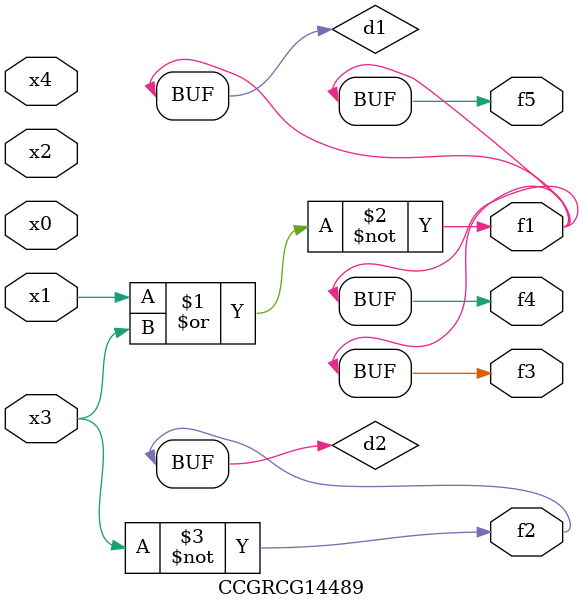
<source format=v>
module CCGRCG14489(
	input x0, x1, x2, x3, x4,
	output f1, f2, f3, f4, f5
);

	wire d1, d2;

	nor (d1, x1, x3);
	not (d2, x3);
	assign f1 = d1;
	assign f2 = d2;
	assign f3 = d1;
	assign f4 = d1;
	assign f5 = d1;
endmodule

</source>
